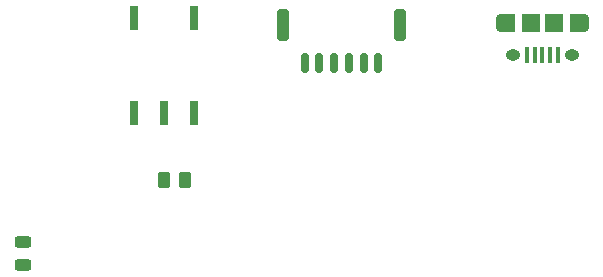
<source format=gbr>
%TF.GenerationSoftware,KiCad,Pcbnew,7.0.7-rc1*%
%TF.CreationDate,2024-03-12T16:10:36-04:00*%
%TF.ProjectId,Static,53746174-6963-42e6-9b69-6361645f7063,rev?*%
%TF.SameCoordinates,Original*%
%TF.FileFunction,Paste,Top*%
%TF.FilePolarity,Positive*%
%FSLAX46Y46*%
G04 Gerber Fmt 4.6, Leading zero omitted, Abs format (unit mm)*
G04 Created by KiCad (PCBNEW 7.0.7-rc1) date 2024-03-12 16:10:36*
%MOMM*%
%LPD*%
G01*
G04 APERTURE LIST*
G04 Aperture macros list*
%AMRoundRect*
0 Rectangle with rounded corners*
0 $1 Rounding radius*
0 $2 $3 $4 $5 $6 $7 $8 $9 X,Y pos of 4 corners*
0 Add a 4 corners polygon primitive as box body*
4,1,4,$2,$3,$4,$5,$6,$7,$8,$9,$2,$3,0*
0 Add four circle primitives for the rounded corners*
1,1,$1+$1,$2,$3*
1,1,$1+$1,$4,$5*
1,1,$1+$1,$6,$7*
1,1,$1+$1,$8,$9*
0 Add four rect primitives between the rounded corners*
20,1,$1+$1,$2,$3,$4,$5,0*
20,1,$1+$1,$4,$5,$6,$7,0*
20,1,$1+$1,$6,$7,$8,$9,0*
20,1,$1+$1,$8,$9,$2,$3,0*%
G04 Aperture macros list end*
%ADD10O,0.890000X1.550000*%
%ADD11O,1.250000X0.950000*%
%ADD12R,0.400000X1.350000*%
%ADD13R,1.200000X1.550000*%
%ADD14R,1.500000X1.550000*%
%ADD15RoundRect,0.150000X0.150000X0.700000X-0.150000X0.700000X-0.150000X-0.700000X0.150000X-0.700000X0*%
%ADD16RoundRect,0.250000X0.250000X1.100000X-0.250000X1.100000X-0.250000X-1.100000X0.250000X-1.100000X0*%
%ADD17RoundRect,0.250000X0.262500X0.450000X-0.262500X0.450000X-0.262500X-0.450000X0.262500X-0.450000X0*%
%ADD18RoundRect,0.243750X0.456250X-0.243750X0.456250X0.243750X-0.456250X0.243750X-0.456250X-0.243750X0*%
%ADD19R,0.762000X2.032000*%
G04 APERTURE END LIST*
D10*
%TO.C,J2*%
X167750000Y-46000000D03*
D11*
X166750000Y-48700000D03*
X161750000Y-48700000D03*
D10*
X160750000Y-46000000D03*
D12*
X165550000Y-48700000D03*
X164900000Y-48700000D03*
X164250000Y-48700000D03*
X163600000Y-48700000D03*
X162950000Y-48700000D03*
D13*
X167150000Y-46000000D03*
D14*
X165250000Y-46000000D03*
X163250000Y-46000000D03*
D13*
X161350000Y-46000000D03*
%TD*%
D15*
%TO.C,J1*%
X150375000Y-49350000D03*
X149125000Y-49350000D03*
X147875000Y-49350000D03*
X146625000Y-49350000D03*
X145375000Y-49350000D03*
X144125000Y-49350000D03*
D16*
X152225000Y-46150000D03*
X142275000Y-46150000D03*
%TD*%
D17*
%TO.C,R2*%
X134012500Y-59250000D03*
X132187500Y-59250000D03*
%TD*%
D18*
%TO.C,D2*%
X120250000Y-66437500D03*
X120250000Y-64562500D03*
%TD*%
D19*
%TO.C,SW1*%
X129710000Y-53578000D03*
X132250000Y-53578000D03*
X134790000Y-53578000D03*
X134790000Y-45577000D03*
X129710000Y-45577000D03*
%TD*%
M02*

</source>
